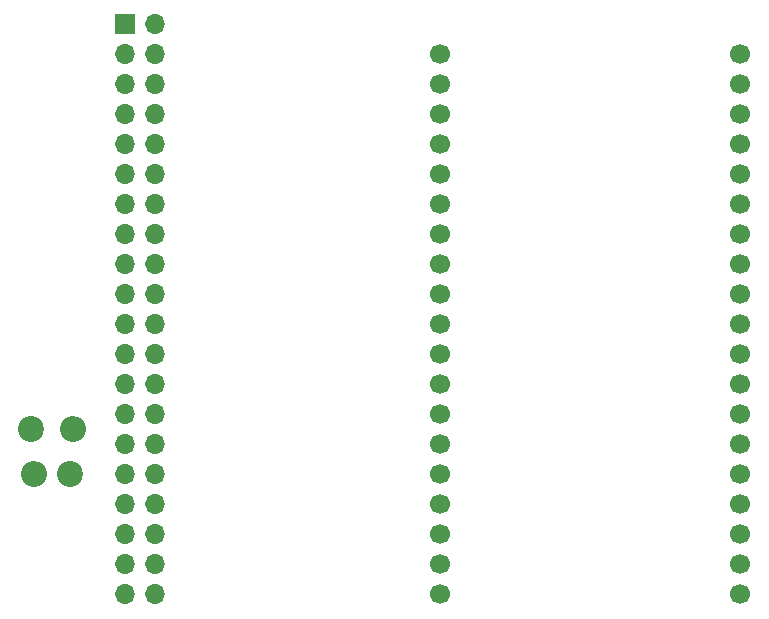
<source format=gbr>
%TF.GenerationSoftware,KiCad,Pcbnew,8.0.4*%
%TF.CreationDate,2024-09-22T15:27:09+02:00*%
%TF.ProjectId,blue_64,626c7565-5f36-4342-9e6b-696361645f70,0.3*%
%TF.SameCoordinates,PX38ecc10PY60e4b00*%
%TF.FileFunction,Soldermask,Top*%
%TF.FilePolarity,Negative*%
%FSLAX46Y46*%
G04 Gerber Fmt 4.6, Leading zero omitted, Abs format (unit mm)*
G04 Created by KiCad (PCBNEW 8.0.4) date 2024-09-22 15:27:09*
%MOMM*%
%LPD*%
G01*
G04 APERTURE LIST*
%ADD10C,2.200000*%
%ADD11O,2.200000X2.200000*%
%ADD12R,1.700000X1.700000*%
%ADD13O,1.700000X1.700000*%
%ADD14C,1.700000*%
G04 APERTURE END LIST*
D10*
X5437000Y12700000D03*
D11*
X2437000Y12700000D03*
D12*
X10160000Y50800000D03*
D13*
X12700000Y50800000D03*
X10160000Y48260000D03*
X12700000Y48260000D03*
X10160000Y45720000D03*
X12700000Y45720000D03*
X10160000Y43180000D03*
X12700000Y43180000D03*
X10160000Y40640000D03*
X12700000Y40640000D03*
X10160000Y38100000D03*
X12700000Y38100000D03*
X10160000Y35560000D03*
X12700000Y35560000D03*
X10160000Y33020000D03*
X12700000Y33020000D03*
X10160000Y30480000D03*
X12700000Y30480000D03*
X10160000Y27940000D03*
X12700000Y27940000D03*
X10160000Y25400000D03*
X12700000Y25400000D03*
X10160000Y22860000D03*
X12700000Y22860000D03*
X10160000Y20320000D03*
X12700000Y20320000D03*
X10160000Y17780000D03*
X12700000Y17780000D03*
X10160000Y15240000D03*
X12700000Y15240000D03*
X10160000Y12700000D03*
X12700000Y12700000D03*
X10160000Y10160000D03*
X12700000Y10160000D03*
X10160000Y7620000D03*
X12700000Y7620000D03*
X10160000Y5080000D03*
X12700000Y5080000D03*
X10160000Y2540000D03*
X12700000Y2540000D03*
D11*
X5687000Y16510000D03*
D10*
X2187000Y16510000D03*
D14*
X62230000Y15240000D03*
X62230000Y12700000D03*
X36830000Y48260000D03*
X62230000Y17780000D03*
X62230000Y25400000D03*
X36830000Y2540000D03*
X36830000Y17780000D03*
X36830000Y12700000D03*
X36830000Y20320000D03*
X62230000Y10160000D03*
X62230000Y20320000D03*
X62230000Y22860000D03*
X62230000Y27940000D03*
X62230000Y30480000D03*
X62230000Y35560000D03*
X62230000Y43180000D03*
X62230000Y45720000D03*
X36830000Y27940000D03*
X36830000Y25400000D03*
X36830000Y22860000D03*
X36830000Y33020000D03*
X36830000Y30480000D03*
X36830000Y38100000D03*
X36830000Y35560000D03*
X62230000Y2540000D03*
X36830000Y5080000D03*
X62230000Y5080000D03*
X62230000Y7620000D03*
X36830000Y10160000D03*
X36830000Y7620000D03*
X36830000Y45720000D03*
X36830000Y15240000D03*
X62230000Y48260000D03*
X62230000Y33020000D03*
X62230000Y38100000D03*
X62230000Y40640000D03*
X36830000Y40640000D03*
X36830000Y43180000D03*
M02*

</source>
